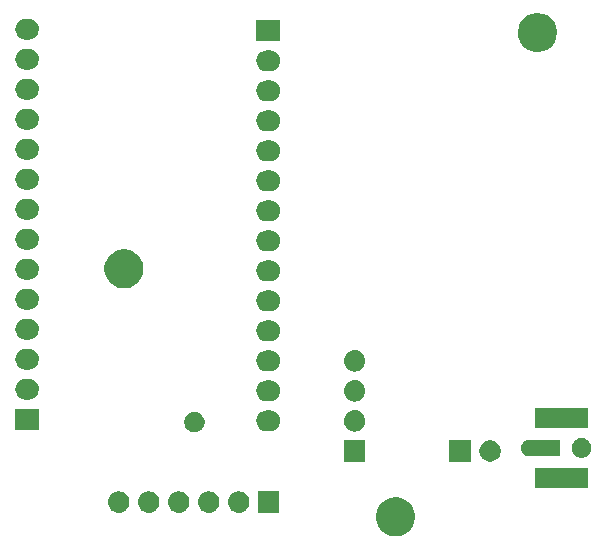
<source format=gbr>
G04 #@! TF.GenerationSoftware,KiCad,Pcbnew,(5.1.0)-1*
G04 #@! TF.CreationDate,2019-05-29T17:20:43+02:00*
G04 #@! TF.ProjectId,Mini-Lora,4d696e69-2d4c-46f7-9261-2e6b69636164,rev?*
G04 #@! TF.SameCoordinates,Original*
G04 #@! TF.FileFunction,Soldermask,Bot*
G04 #@! TF.FilePolarity,Negative*
%FSLAX46Y46*%
G04 Gerber Fmt 4.6, Leading zero omitted, Abs format (unit mm)*
G04 Created by KiCad (PCBNEW (5.1.0)-1) date 2019-05-29 17:20:43*
%MOMM*%
%LPD*%
G04 APERTURE LIST*
%ADD10C,0.100000*%
G04 APERTURE END LIST*
D10*
G36*
X135415025Y-73343327D02*
G01*
X135681725Y-73343327D01*
X135681724Y-73343327D01*
X135910387Y-73314895D01*
X136123900Y-73228249D01*
X136307712Y-73089295D01*
X136449296Y-72907501D01*
X136570725Y-72467027D01*
X136570725Y-72467028D01*
X136539006Y-72238797D01*
X136449298Y-72026553D01*
X136307713Y-71844759D01*
X136123901Y-71705804D01*
X135910388Y-71619158D01*
X135681725Y-71590727D01*
X135415025Y-71590727D01*
X135415026Y-71590727D01*
X135188223Y-71620586D01*
X134976876Y-71708129D01*
X134795388Y-71847389D01*
X134656128Y-72028877D01*
X134568585Y-72240224D01*
X134538725Y-72467027D01*
X134538725Y-72467026D01*
X134568584Y-72693829D01*
X134656127Y-72905177D01*
X134795387Y-73086665D01*
X134976875Y-73225925D01*
X135415025Y-73343327D01*
G37*
G36*
X135415025Y-75883327D02*
G01*
X135681725Y-75883327D01*
X135681724Y-75883327D01*
X135910387Y-75854895D01*
X136123900Y-75768249D01*
X136307712Y-75629295D01*
X136449296Y-75447501D01*
X136570725Y-75007027D01*
X136570725Y-75007028D01*
X136539006Y-74778797D01*
X136449298Y-74566553D01*
X136307713Y-74384759D01*
X136123901Y-74245804D01*
X135910388Y-74159158D01*
X135681725Y-74130727D01*
X135415025Y-74130727D01*
X135415026Y-74130727D01*
X135188223Y-74160586D01*
X134976876Y-74248129D01*
X134795388Y-74387389D01*
X134656128Y-74568877D01*
X134568585Y-74780224D01*
X134538725Y-75007027D01*
X134538725Y-75007026D01*
X134568584Y-75233829D01*
X134656127Y-75445177D01*
X134795387Y-75626665D01*
X134976875Y-75765925D01*
X135415025Y-75883327D01*
G37*
G36*
X135415025Y-78423327D02*
G01*
X135681725Y-78423327D01*
X135681724Y-78423327D01*
X135910387Y-78394895D01*
X136123900Y-78308249D01*
X136307712Y-78169295D01*
X136449296Y-77987501D01*
X136570725Y-77547027D01*
X136570725Y-77547028D01*
X136539006Y-77318797D01*
X136449298Y-77106553D01*
X136307713Y-76924759D01*
X136123901Y-76785804D01*
X135910388Y-76699158D01*
X135681725Y-76670727D01*
X135415025Y-76670727D01*
X135415026Y-76670727D01*
X135188223Y-76700586D01*
X134976876Y-76788129D01*
X134795388Y-76927389D01*
X134656128Y-77108877D01*
X134568585Y-77320224D01*
X134538725Y-77547027D01*
X134538725Y-77547026D01*
X134568584Y-77773829D01*
X134656127Y-77985177D01*
X134795387Y-78166665D01*
X134976875Y-78305925D01*
X135415025Y-78423327D01*
G37*
G36*
X135415025Y-80963327D02*
G01*
X135681725Y-80963327D01*
X135681724Y-80963327D01*
X135910387Y-80934895D01*
X136123900Y-80848249D01*
X136307712Y-80709295D01*
X136449296Y-80527501D01*
X136570725Y-80087027D01*
X136570725Y-80087028D01*
X136539006Y-79858797D01*
X136449298Y-79646553D01*
X136307713Y-79464759D01*
X136123901Y-79325804D01*
X135910388Y-79239158D01*
X135681725Y-79210727D01*
X135415025Y-79210727D01*
X135415026Y-79210727D01*
X135188223Y-79240586D01*
X134976876Y-79328129D01*
X134795388Y-79467389D01*
X134656128Y-79648877D01*
X134568585Y-79860224D01*
X134538725Y-80087027D01*
X134538725Y-80087026D01*
X134568584Y-80313829D01*
X134656127Y-80525177D01*
X134795387Y-80706665D01*
X134976875Y-80845925D01*
X135415025Y-80963327D01*
G37*
G36*
X135415025Y-83503327D02*
G01*
X135681725Y-83503327D01*
X135681724Y-83503327D01*
X135910387Y-83474895D01*
X136123900Y-83388249D01*
X136307712Y-83249295D01*
X136449296Y-83067501D01*
X136570725Y-82627027D01*
X136570725Y-82627028D01*
X136539006Y-82398797D01*
X136449298Y-82186553D01*
X136307713Y-82004759D01*
X136123901Y-81865804D01*
X135910388Y-81779158D01*
X135681725Y-81750727D01*
X135415025Y-81750727D01*
X135415026Y-81750727D01*
X135188223Y-81780586D01*
X134976876Y-81868129D01*
X134795388Y-82007389D01*
X134656128Y-82188877D01*
X134568585Y-82400224D01*
X134538725Y-82627027D01*
X134538725Y-82627026D01*
X134568584Y-82853829D01*
X134656127Y-83065177D01*
X134795387Y-83246665D01*
X134976875Y-83385925D01*
X135415025Y-83503327D01*
G37*
G36*
X135415025Y-86043327D02*
G01*
X135681725Y-86043327D01*
X135681724Y-86043327D01*
X135910387Y-86014895D01*
X136123900Y-85928249D01*
X136307712Y-85789295D01*
X136449296Y-85607501D01*
X136570725Y-85167027D01*
X136570725Y-85167028D01*
X136539006Y-84938797D01*
X136449298Y-84726553D01*
X136307713Y-84544759D01*
X136123901Y-84405804D01*
X135910388Y-84319158D01*
X135681725Y-84290727D01*
X135415025Y-84290727D01*
X135415026Y-84290727D01*
X135188223Y-84320586D01*
X134976876Y-84408129D01*
X134795388Y-84547389D01*
X134656128Y-84728877D01*
X134568585Y-84940224D01*
X134538725Y-85167027D01*
X134538725Y-85167026D01*
X134568584Y-85393829D01*
X134656127Y-85605177D01*
X134795387Y-85786665D01*
X134976875Y-85925925D01*
X135415025Y-86043327D01*
G37*
G36*
X135415025Y-88583327D02*
G01*
X135681725Y-88583327D01*
X135681724Y-88583327D01*
X135910387Y-88554895D01*
X136123900Y-88468249D01*
X136307712Y-88329295D01*
X136449296Y-88147501D01*
X136570725Y-87707027D01*
X136570725Y-87707028D01*
X136539006Y-87478797D01*
X136449298Y-87266553D01*
X136307713Y-87084759D01*
X136123901Y-86945804D01*
X135910388Y-86859158D01*
X135681725Y-86830727D01*
X135415025Y-86830727D01*
X135415026Y-86830727D01*
X135188223Y-86860586D01*
X134976876Y-86948129D01*
X134795388Y-87087389D01*
X134656128Y-87268877D01*
X134568585Y-87480224D01*
X134538725Y-87707027D01*
X134538725Y-87707026D01*
X134568584Y-87933829D01*
X134656127Y-88145177D01*
X134795387Y-88326665D01*
X134976875Y-88465925D01*
X135415025Y-88583327D01*
G37*
G36*
X135415025Y-91123327D02*
G01*
X135681725Y-91123327D01*
X135681724Y-91123327D01*
X135910387Y-91094895D01*
X136123900Y-91008249D01*
X136307712Y-90869295D01*
X136449296Y-90687501D01*
X136570725Y-90247027D01*
X136570725Y-90247028D01*
X136539006Y-90018797D01*
X136449298Y-89806553D01*
X136307713Y-89624759D01*
X136123901Y-89485804D01*
X135910388Y-89399158D01*
X135681725Y-89370727D01*
X135415025Y-89370727D01*
X135415026Y-89370727D01*
X135188223Y-89400586D01*
X134976876Y-89488129D01*
X134795388Y-89627389D01*
X134656128Y-89808877D01*
X134568585Y-90020224D01*
X134538725Y-90247027D01*
X134538725Y-90247026D01*
X134568584Y-90473829D01*
X134656127Y-90685177D01*
X134795387Y-90866665D01*
X134976875Y-91005925D01*
X135415025Y-91123327D01*
G37*
G36*
X135415025Y-93663327D02*
G01*
X135681725Y-93663327D01*
X135681724Y-93663327D01*
X135910387Y-93634895D01*
X136123900Y-93548249D01*
X136307712Y-93409295D01*
X136449296Y-93227501D01*
X136570725Y-92787027D01*
X136570725Y-92787028D01*
X136539006Y-92558797D01*
X136449298Y-92346553D01*
X136307713Y-92164759D01*
X136123901Y-92025804D01*
X135910388Y-91939158D01*
X135681725Y-91910727D01*
X135415025Y-91910727D01*
X135415026Y-91910727D01*
X135188223Y-91940586D01*
X134976876Y-92028129D01*
X134795388Y-92167389D01*
X134656128Y-92348877D01*
X134568585Y-92560224D01*
X134538725Y-92787027D01*
X134538725Y-92787026D01*
X134568584Y-93013829D01*
X134656127Y-93225177D01*
X134795387Y-93406665D01*
X134976875Y-93545925D01*
X135415025Y-93663327D01*
G37*
G36*
X135415025Y-96203327D02*
G01*
X135681725Y-96203327D01*
X135681724Y-96203327D01*
X135910387Y-96174895D01*
X136123900Y-96088249D01*
X136307712Y-95949295D01*
X136449296Y-95767501D01*
X136570725Y-95327027D01*
X136570725Y-95327028D01*
X136539006Y-95098797D01*
X136449298Y-94886553D01*
X136307713Y-94704759D01*
X136123901Y-94565804D01*
X135910388Y-94479158D01*
X135681725Y-94450727D01*
X135415025Y-94450727D01*
X135415026Y-94450727D01*
X135188223Y-94480586D01*
X134976876Y-94568129D01*
X134795388Y-94707389D01*
X134656128Y-94888877D01*
X134568585Y-95100224D01*
X134538725Y-95327027D01*
X134538725Y-95327026D01*
X134568584Y-95553829D01*
X134656127Y-95765177D01*
X134795387Y-95946665D01*
X134976875Y-96085925D01*
X135415025Y-96203327D01*
G37*
G36*
X135415025Y-98743327D02*
G01*
X135681725Y-98743327D01*
X135681724Y-98743327D01*
X135910387Y-98714895D01*
X136123900Y-98628249D01*
X136307712Y-98489295D01*
X136449296Y-98307501D01*
X136570725Y-97867027D01*
X136570725Y-97867028D01*
X136539006Y-97638797D01*
X136449298Y-97426553D01*
X136307713Y-97244759D01*
X136123901Y-97105804D01*
X135910388Y-97019158D01*
X135681725Y-96990727D01*
X135415025Y-96990727D01*
X135415026Y-96990727D01*
X135188223Y-97020586D01*
X134976876Y-97108129D01*
X134795388Y-97247389D01*
X134656128Y-97428877D01*
X134568585Y-97640224D01*
X134538725Y-97867027D01*
X134538725Y-97867026D01*
X134568584Y-98093829D01*
X134656127Y-98305177D01*
X134795387Y-98486665D01*
X134976875Y-98625925D01*
X135415025Y-98743327D01*
G37*
G36*
X135415025Y-101283327D02*
G01*
X135681725Y-101283327D01*
X135681724Y-101283327D01*
X135910387Y-101254895D01*
X136123900Y-101168249D01*
X136307712Y-101029295D01*
X136449296Y-100847501D01*
X136570725Y-100407027D01*
X136570725Y-100407028D01*
X136539006Y-100178797D01*
X136449298Y-99966553D01*
X136307713Y-99784759D01*
X136123901Y-99645804D01*
X135910388Y-99559158D01*
X135681725Y-99530727D01*
X135415025Y-99530727D01*
X135415026Y-99530727D01*
X135188223Y-99560586D01*
X134976876Y-99648129D01*
X134795388Y-99787389D01*
X134656128Y-99968877D01*
X134568585Y-100180224D01*
X134538725Y-100407027D01*
X134538725Y-100407026D01*
X134568584Y-100633829D01*
X134656127Y-100845177D01*
X134795387Y-101026665D01*
X134976875Y-101165925D01*
X135415025Y-101283327D01*
G37*
G36*
X135415025Y-103823327D02*
G01*
X135681725Y-103823327D01*
X135681724Y-103823327D01*
X135910387Y-103794895D01*
X136123900Y-103708249D01*
X136307712Y-103569295D01*
X136449296Y-103387501D01*
X136570725Y-102947027D01*
X136570725Y-102947028D01*
X136539006Y-102718797D01*
X136449298Y-102506553D01*
X136307713Y-102324759D01*
X136123901Y-102185804D01*
X135910388Y-102099158D01*
X135681725Y-102070727D01*
X135415025Y-102070727D01*
X135415026Y-102070727D01*
X135188223Y-102100586D01*
X134976876Y-102188129D01*
X134795388Y-102327389D01*
X134656128Y-102508877D01*
X134568585Y-102720224D01*
X134538725Y-102947027D01*
X134538725Y-102947026D01*
X134568584Y-103173829D01*
X134656127Y-103385177D01*
X134795387Y-103566665D01*
X134976875Y-103705925D01*
X135415025Y-103823327D01*
G37*
G36*
X136583425Y-106363327D02*
G01*
X136583425Y-104610727D01*
X134526025Y-104610727D01*
X134526025Y-106363327D01*
X136583425Y-106363327D01*
G37*
G36*
X156094425Y-104730727D02*
G01*
X155827725Y-104730727D01*
X155827726Y-104730727D01*
X155599063Y-104759159D01*
X155385550Y-104845805D01*
X155201738Y-104984759D01*
X155060154Y-105166553D01*
X154938725Y-105607027D01*
X154938725Y-105607026D01*
X154970444Y-105835257D01*
X155060152Y-106047501D01*
X155201737Y-106229295D01*
X155385549Y-106368250D01*
X155599062Y-106454896D01*
X155827725Y-106483327D01*
X156094425Y-106483327D01*
X156094424Y-106483327D01*
X156321227Y-106453468D01*
X156532574Y-106365925D01*
X156714062Y-106226665D01*
X156853322Y-106045177D01*
X156940865Y-105833830D01*
X156970725Y-105607027D01*
X156970725Y-105607028D01*
X156940866Y-105380225D01*
X156853323Y-105168877D01*
X156714063Y-104987389D01*
X156532575Y-104848129D01*
X156094425Y-104730727D01*
G37*
G36*
X156094425Y-102190727D02*
G01*
X155827725Y-102190727D01*
X155827726Y-102190727D01*
X155599063Y-102219159D01*
X155385550Y-102305805D01*
X155201738Y-102444759D01*
X155060154Y-102626553D01*
X154938725Y-103067027D01*
X154938725Y-103067026D01*
X154970444Y-103295257D01*
X155060152Y-103507501D01*
X155201737Y-103689295D01*
X155385549Y-103828250D01*
X155599062Y-103914896D01*
X155827725Y-103943327D01*
X156094425Y-103943327D01*
X156094424Y-103943327D01*
X156321227Y-103913468D01*
X156532574Y-103825925D01*
X156714062Y-103686665D01*
X156853322Y-103505177D01*
X156940865Y-103293830D01*
X156970725Y-103067027D01*
X156970725Y-103067028D01*
X156940866Y-102840225D01*
X156853323Y-102628877D01*
X156714063Y-102447389D01*
X156532575Y-102308129D01*
X156094425Y-102190727D01*
G37*
G36*
X156094425Y-99650727D02*
G01*
X155827725Y-99650727D01*
X155827726Y-99650727D01*
X155599063Y-99679159D01*
X155385550Y-99765805D01*
X155201738Y-99904759D01*
X155060154Y-100086553D01*
X154938725Y-100527027D01*
X154938725Y-100527026D01*
X154970444Y-100755257D01*
X155060152Y-100967501D01*
X155201737Y-101149295D01*
X155385549Y-101288250D01*
X155599062Y-101374896D01*
X155827725Y-101403327D01*
X156094425Y-101403327D01*
X156094424Y-101403327D01*
X156321227Y-101373468D01*
X156532574Y-101285925D01*
X156714062Y-101146665D01*
X156853322Y-100965177D01*
X156940865Y-100753830D01*
X156970725Y-100527027D01*
X156970725Y-100527028D01*
X156940866Y-100300225D01*
X156853323Y-100088877D01*
X156714063Y-99907389D01*
X156532575Y-99768129D01*
X156094425Y-99650727D01*
G37*
G36*
X156094425Y-97110727D02*
G01*
X155827725Y-97110727D01*
X155827726Y-97110727D01*
X155599063Y-97139159D01*
X155385550Y-97225805D01*
X155201738Y-97364759D01*
X155060154Y-97546553D01*
X154938725Y-97987027D01*
X154938725Y-97987026D01*
X154970444Y-98215257D01*
X155060152Y-98427501D01*
X155201737Y-98609295D01*
X155385549Y-98748250D01*
X155599062Y-98834896D01*
X155827725Y-98863327D01*
X156094425Y-98863327D01*
X156094424Y-98863327D01*
X156321227Y-98833468D01*
X156532574Y-98745925D01*
X156714062Y-98606665D01*
X156853322Y-98425177D01*
X156940865Y-98213830D01*
X156970725Y-97987027D01*
X156970725Y-97987028D01*
X156940866Y-97760225D01*
X156853323Y-97548877D01*
X156714063Y-97367389D01*
X156532575Y-97228129D01*
X156094425Y-97110727D01*
G37*
G36*
X156094425Y-94570727D02*
G01*
X155827725Y-94570727D01*
X155827726Y-94570727D01*
X155599063Y-94599159D01*
X155385550Y-94685805D01*
X155201738Y-94824759D01*
X155060154Y-95006553D01*
X154938725Y-95447027D01*
X154938725Y-95447026D01*
X154970444Y-95675257D01*
X155060152Y-95887501D01*
X155201737Y-96069295D01*
X155385549Y-96208250D01*
X155599062Y-96294896D01*
X155827725Y-96323327D01*
X156094425Y-96323327D01*
X156094424Y-96323327D01*
X156321227Y-96293468D01*
X156532574Y-96205925D01*
X156714062Y-96066665D01*
X156853322Y-95885177D01*
X156940865Y-95673830D01*
X156970725Y-95447027D01*
X156970725Y-95447028D01*
X156940866Y-95220225D01*
X156853323Y-95008877D01*
X156714063Y-94827389D01*
X156532575Y-94688129D01*
X156094425Y-94570727D01*
G37*
G36*
X156094425Y-92030727D02*
G01*
X155827725Y-92030727D01*
X155827726Y-92030727D01*
X155599063Y-92059159D01*
X155385550Y-92145805D01*
X155201738Y-92284759D01*
X155060154Y-92466553D01*
X154938725Y-92907027D01*
X154938725Y-92907026D01*
X154970444Y-93135257D01*
X155060152Y-93347501D01*
X155201737Y-93529295D01*
X155385549Y-93668250D01*
X155599062Y-93754896D01*
X155827725Y-93783327D01*
X156094425Y-93783327D01*
X156094424Y-93783327D01*
X156321227Y-93753468D01*
X156532574Y-93665925D01*
X156714062Y-93526665D01*
X156853322Y-93345177D01*
X156940865Y-93133830D01*
X156970725Y-92907027D01*
X156970725Y-92907028D01*
X156940866Y-92680225D01*
X156853323Y-92468877D01*
X156714063Y-92287389D01*
X156532575Y-92148129D01*
X156094425Y-92030727D01*
G37*
G36*
X156094425Y-89490727D02*
G01*
X155827725Y-89490727D01*
X155827726Y-89490727D01*
X155599063Y-89519159D01*
X155385550Y-89605805D01*
X155201738Y-89744759D01*
X155060154Y-89926553D01*
X154938725Y-90367027D01*
X154938725Y-90367026D01*
X154970444Y-90595257D01*
X155060152Y-90807501D01*
X155201737Y-90989295D01*
X155385549Y-91128250D01*
X155599062Y-91214896D01*
X155827725Y-91243327D01*
X156094425Y-91243327D01*
X156094424Y-91243327D01*
X156321227Y-91213468D01*
X156532574Y-91125925D01*
X156714062Y-90986665D01*
X156853322Y-90805177D01*
X156940865Y-90593830D01*
X156970725Y-90367027D01*
X156970725Y-90367028D01*
X156940866Y-90140225D01*
X156853323Y-89928877D01*
X156714063Y-89747389D01*
X156532575Y-89608129D01*
X156094425Y-89490727D01*
G37*
G36*
X156094425Y-86950727D02*
G01*
X155827725Y-86950727D01*
X155827726Y-86950727D01*
X155599063Y-86979159D01*
X155385550Y-87065805D01*
X155201738Y-87204759D01*
X155060154Y-87386553D01*
X154938725Y-87827027D01*
X154938725Y-87827026D01*
X154970444Y-88055257D01*
X155060152Y-88267501D01*
X155201737Y-88449295D01*
X155385549Y-88588250D01*
X155599062Y-88674896D01*
X155827725Y-88703327D01*
X156094425Y-88703327D01*
X156094424Y-88703327D01*
X156321227Y-88673468D01*
X156532574Y-88585925D01*
X156714062Y-88446665D01*
X156853322Y-88265177D01*
X156940865Y-88053830D01*
X156970725Y-87827027D01*
X156970725Y-87827028D01*
X156940866Y-87600225D01*
X156853323Y-87388877D01*
X156714063Y-87207389D01*
X156532575Y-87068129D01*
X156094425Y-86950727D01*
G37*
G36*
X156094425Y-84410727D02*
G01*
X155827725Y-84410727D01*
X155827726Y-84410727D01*
X155599063Y-84439159D01*
X155385550Y-84525805D01*
X155201738Y-84664759D01*
X155060154Y-84846553D01*
X154938725Y-85287027D01*
X154938725Y-85287026D01*
X154970444Y-85515257D01*
X155060152Y-85727501D01*
X155201737Y-85909295D01*
X155385549Y-86048250D01*
X155599062Y-86134896D01*
X155827725Y-86163327D01*
X156094425Y-86163327D01*
X156094424Y-86163327D01*
X156321227Y-86133468D01*
X156532574Y-86045925D01*
X156714062Y-85906665D01*
X156853322Y-85725177D01*
X156940865Y-85513830D01*
X156970725Y-85287027D01*
X156970725Y-85287028D01*
X156940866Y-85060225D01*
X156853323Y-84848877D01*
X156714063Y-84667389D01*
X156532575Y-84528129D01*
X156094425Y-84410727D01*
G37*
G36*
X156094425Y-81870727D02*
G01*
X155827725Y-81870727D01*
X155827726Y-81870727D01*
X155599063Y-81899159D01*
X155385550Y-81985805D01*
X155201738Y-82124759D01*
X155060154Y-82306553D01*
X154938725Y-82747027D01*
X154938725Y-82747026D01*
X154970444Y-82975257D01*
X155060152Y-83187501D01*
X155201737Y-83369295D01*
X155385549Y-83508250D01*
X155599062Y-83594896D01*
X155827725Y-83623327D01*
X156094425Y-83623327D01*
X156094424Y-83623327D01*
X156321227Y-83593468D01*
X156532574Y-83505925D01*
X156714062Y-83366665D01*
X156853322Y-83185177D01*
X156940865Y-82973830D01*
X156970725Y-82747027D01*
X156970725Y-82747028D01*
X156940866Y-82520225D01*
X156853323Y-82308877D01*
X156714063Y-82127389D01*
X156532575Y-81988129D01*
X156094425Y-81870727D01*
G37*
G36*
X156094425Y-79330727D02*
G01*
X155827725Y-79330727D01*
X155827726Y-79330727D01*
X155599063Y-79359159D01*
X155385550Y-79445805D01*
X155201738Y-79584759D01*
X155060154Y-79766553D01*
X154938725Y-80207027D01*
X154938725Y-80207026D01*
X154970444Y-80435257D01*
X155060152Y-80647501D01*
X155201737Y-80829295D01*
X155385549Y-80968250D01*
X155599062Y-81054896D01*
X155827725Y-81083327D01*
X156094425Y-81083327D01*
X156094424Y-81083327D01*
X156321227Y-81053468D01*
X156532574Y-80965925D01*
X156714062Y-80826665D01*
X156853322Y-80645177D01*
X156940865Y-80433830D01*
X156970725Y-80207027D01*
X156970725Y-80207028D01*
X156940866Y-79980225D01*
X156853323Y-79768877D01*
X156714063Y-79587389D01*
X156532575Y-79448129D01*
X156094425Y-79330727D01*
G37*
G36*
X156094425Y-76790727D02*
G01*
X155827725Y-76790727D01*
X155827726Y-76790727D01*
X155599063Y-76819159D01*
X155385550Y-76905805D01*
X155201738Y-77044759D01*
X155060154Y-77226553D01*
X154938725Y-77667027D01*
X154938725Y-77667026D01*
X154970444Y-77895257D01*
X155060152Y-78107501D01*
X155201737Y-78289295D01*
X155385549Y-78428250D01*
X155599062Y-78514896D01*
X155827725Y-78543327D01*
X156094425Y-78543327D01*
X156094424Y-78543327D01*
X156321227Y-78513468D01*
X156532574Y-78425925D01*
X156714062Y-78286665D01*
X156853322Y-78105177D01*
X156940865Y-77893830D01*
X156970725Y-77667027D01*
X156970725Y-77667028D01*
X156940866Y-77440225D01*
X156853323Y-77228877D01*
X156714063Y-77047389D01*
X156532575Y-76908129D01*
X156094425Y-76790727D01*
G37*
G36*
X156094425Y-74250727D02*
G01*
X155827725Y-74250727D01*
X155827726Y-74250727D01*
X155599063Y-74279159D01*
X155385550Y-74365805D01*
X155201738Y-74504759D01*
X155060154Y-74686553D01*
X154938725Y-75127027D01*
X154938725Y-75127026D01*
X154970444Y-75355257D01*
X155060152Y-75567501D01*
X155201737Y-75749295D01*
X155385549Y-75888250D01*
X155599062Y-75974896D01*
X155827725Y-76003327D01*
X156094425Y-76003327D01*
X156094424Y-76003327D01*
X156321227Y-75973468D01*
X156532574Y-75885925D01*
X156714062Y-75746665D01*
X156853322Y-75565177D01*
X156940865Y-75353830D01*
X156970725Y-75127027D01*
X156970725Y-75127028D01*
X156940866Y-74900225D01*
X156853323Y-74688877D01*
X156714063Y-74507389D01*
X156532575Y-74368129D01*
X156094425Y-74250727D01*
G37*
G36*
X154926025Y-71710727D02*
G01*
X154926025Y-73463327D01*
X156983425Y-73463327D01*
X156983425Y-71710727D01*
X154926025Y-71710727D01*
G37*
G36*
X167125256Y-112141298D02*
G01*
X167231579Y-112162447D01*
X167532042Y-112286903D01*
X167802451Y-112467585D01*
X168032415Y-112697549D01*
X168213097Y-112967958D01*
X168337553Y-113268421D01*
X168401000Y-113587391D01*
X168401000Y-113912609D01*
X168337553Y-114231579D01*
X168213097Y-114532042D01*
X168032415Y-114802451D01*
X167802451Y-115032415D01*
X167532042Y-115213097D01*
X167231579Y-115337553D01*
X167125256Y-115358702D01*
X166912611Y-115401000D01*
X166587389Y-115401000D01*
X166374744Y-115358702D01*
X166268421Y-115337553D01*
X165967958Y-115213097D01*
X165697549Y-115032415D01*
X165467585Y-114802451D01*
X165286903Y-114532042D01*
X165162447Y-114231579D01*
X165099000Y-113912609D01*
X165099000Y-113587391D01*
X165162447Y-113268421D01*
X165286903Y-112967958D01*
X165467585Y-112697549D01*
X165697549Y-112467585D01*
X165967958Y-112286903D01*
X166268421Y-112162447D01*
X166374744Y-112141298D01*
X166587389Y-112099000D01*
X166912611Y-112099000D01*
X167125256Y-112141298D01*
X167125256Y-112141298D01*
G37*
G36*
X156901000Y-113401000D02*
G01*
X155099000Y-113401000D01*
X155099000Y-111599000D01*
X156901000Y-111599000D01*
X156901000Y-113401000D01*
X156901000Y-113401000D01*
G37*
G36*
X153570443Y-111605519D02*
G01*
X153636627Y-111612037D01*
X153806466Y-111663557D01*
X153962991Y-111747222D01*
X153998729Y-111776552D01*
X154100186Y-111859814D01*
X154183448Y-111961271D01*
X154212778Y-111997009D01*
X154296443Y-112153534D01*
X154347963Y-112323373D01*
X154365359Y-112500000D01*
X154347963Y-112676627D01*
X154296443Y-112846466D01*
X154212778Y-113002991D01*
X154183448Y-113038729D01*
X154100186Y-113140186D01*
X153998729Y-113223448D01*
X153962991Y-113252778D01*
X153806466Y-113336443D01*
X153636627Y-113387963D01*
X153570442Y-113394482D01*
X153504260Y-113401000D01*
X153415740Y-113401000D01*
X153349558Y-113394482D01*
X153283373Y-113387963D01*
X153113534Y-113336443D01*
X152957009Y-113252778D01*
X152921271Y-113223448D01*
X152819814Y-113140186D01*
X152736552Y-113038729D01*
X152707222Y-113002991D01*
X152623557Y-112846466D01*
X152572037Y-112676627D01*
X152554641Y-112500000D01*
X152572037Y-112323373D01*
X152623557Y-112153534D01*
X152707222Y-111997009D01*
X152736552Y-111961271D01*
X152819814Y-111859814D01*
X152921271Y-111776552D01*
X152957009Y-111747222D01*
X153113534Y-111663557D01*
X153283373Y-111612037D01*
X153349557Y-111605519D01*
X153415740Y-111599000D01*
X153504260Y-111599000D01*
X153570443Y-111605519D01*
X153570443Y-111605519D01*
G37*
G36*
X151030443Y-111605519D02*
G01*
X151096627Y-111612037D01*
X151266466Y-111663557D01*
X151422991Y-111747222D01*
X151458729Y-111776552D01*
X151560186Y-111859814D01*
X151643448Y-111961271D01*
X151672778Y-111997009D01*
X151756443Y-112153534D01*
X151807963Y-112323373D01*
X151825359Y-112500000D01*
X151807963Y-112676627D01*
X151756443Y-112846466D01*
X151672778Y-113002991D01*
X151643448Y-113038729D01*
X151560186Y-113140186D01*
X151458729Y-113223448D01*
X151422991Y-113252778D01*
X151266466Y-113336443D01*
X151096627Y-113387963D01*
X151030442Y-113394482D01*
X150964260Y-113401000D01*
X150875740Y-113401000D01*
X150809558Y-113394482D01*
X150743373Y-113387963D01*
X150573534Y-113336443D01*
X150417009Y-113252778D01*
X150381271Y-113223448D01*
X150279814Y-113140186D01*
X150196552Y-113038729D01*
X150167222Y-113002991D01*
X150083557Y-112846466D01*
X150032037Y-112676627D01*
X150014641Y-112500000D01*
X150032037Y-112323373D01*
X150083557Y-112153534D01*
X150167222Y-111997009D01*
X150196552Y-111961271D01*
X150279814Y-111859814D01*
X150381271Y-111776552D01*
X150417009Y-111747222D01*
X150573534Y-111663557D01*
X150743373Y-111612037D01*
X150809557Y-111605519D01*
X150875740Y-111599000D01*
X150964260Y-111599000D01*
X151030443Y-111605519D01*
X151030443Y-111605519D01*
G37*
G36*
X145950443Y-111605519D02*
G01*
X146016627Y-111612037D01*
X146186466Y-111663557D01*
X146342991Y-111747222D01*
X146378729Y-111776552D01*
X146480186Y-111859814D01*
X146563448Y-111961271D01*
X146592778Y-111997009D01*
X146676443Y-112153534D01*
X146727963Y-112323373D01*
X146745359Y-112500000D01*
X146727963Y-112676627D01*
X146676443Y-112846466D01*
X146592778Y-113002991D01*
X146563448Y-113038729D01*
X146480186Y-113140186D01*
X146378729Y-113223448D01*
X146342991Y-113252778D01*
X146186466Y-113336443D01*
X146016627Y-113387963D01*
X145950442Y-113394482D01*
X145884260Y-113401000D01*
X145795740Y-113401000D01*
X145729558Y-113394482D01*
X145663373Y-113387963D01*
X145493534Y-113336443D01*
X145337009Y-113252778D01*
X145301271Y-113223448D01*
X145199814Y-113140186D01*
X145116552Y-113038729D01*
X145087222Y-113002991D01*
X145003557Y-112846466D01*
X144952037Y-112676627D01*
X144934641Y-112500000D01*
X144952037Y-112323373D01*
X145003557Y-112153534D01*
X145087222Y-111997009D01*
X145116552Y-111961271D01*
X145199814Y-111859814D01*
X145301271Y-111776552D01*
X145337009Y-111747222D01*
X145493534Y-111663557D01*
X145663373Y-111612037D01*
X145729557Y-111605519D01*
X145795740Y-111599000D01*
X145884260Y-111599000D01*
X145950443Y-111605519D01*
X145950443Y-111605519D01*
G37*
G36*
X143410443Y-111605519D02*
G01*
X143476627Y-111612037D01*
X143646466Y-111663557D01*
X143802991Y-111747222D01*
X143838729Y-111776552D01*
X143940186Y-111859814D01*
X144023448Y-111961271D01*
X144052778Y-111997009D01*
X144136443Y-112153534D01*
X144187963Y-112323373D01*
X144205359Y-112500000D01*
X144187963Y-112676627D01*
X144136443Y-112846466D01*
X144052778Y-113002991D01*
X144023448Y-113038729D01*
X143940186Y-113140186D01*
X143838729Y-113223448D01*
X143802991Y-113252778D01*
X143646466Y-113336443D01*
X143476627Y-113387963D01*
X143410442Y-113394482D01*
X143344260Y-113401000D01*
X143255740Y-113401000D01*
X143189558Y-113394482D01*
X143123373Y-113387963D01*
X142953534Y-113336443D01*
X142797009Y-113252778D01*
X142761271Y-113223448D01*
X142659814Y-113140186D01*
X142576552Y-113038729D01*
X142547222Y-113002991D01*
X142463557Y-112846466D01*
X142412037Y-112676627D01*
X142394641Y-112500000D01*
X142412037Y-112323373D01*
X142463557Y-112153534D01*
X142547222Y-111997009D01*
X142576552Y-111961271D01*
X142659814Y-111859814D01*
X142761271Y-111776552D01*
X142797009Y-111747222D01*
X142953534Y-111663557D01*
X143123373Y-111612037D01*
X143189557Y-111605519D01*
X143255740Y-111599000D01*
X143344260Y-111599000D01*
X143410443Y-111605519D01*
X143410443Y-111605519D01*
G37*
G36*
X148490443Y-111605519D02*
G01*
X148556627Y-111612037D01*
X148726466Y-111663557D01*
X148882991Y-111747222D01*
X148918729Y-111776552D01*
X149020186Y-111859814D01*
X149103448Y-111961271D01*
X149132778Y-111997009D01*
X149216443Y-112153534D01*
X149267963Y-112323373D01*
X149285359Y-112500000D01*
X149267963Y-112676627D01*
X149216443Y-112846466D01*
X149132778Y-113002991D01*
X149103448Y-113038729D01*
X149020186Y-113140186D01*
X148918729Y-113223448D01*
X148882991Y-113252778D01*
X148726466Y-113336443D01*
X148556627Y-113387963D01*
X148490442Y-113394482D01*
X148424260Y-113401000D01*
X148335740Y-113401000D01*
X148269558Y-113394482D01*
X148203373Y-113387963D01*
X148033534Y-113336443D01*
X147877009Y-113252778D01*
X147841271Y-113223448D01*
X147739814Y-113140186D01*
X147656552Y-113038729D01*
X147627222Y-113002991D01*
X147543557Y-112846466D01*
X147492037Y-112676627D01*
X147474641Y-112500000D01*
X147492037Y-112323373D01*
X147543557Y-112153534D01*
X147627222Y-111997009D01*
X147656552Y-111961271D01*
X147739814Y-111859814D01*
X147841271Y-111776552D01*
X147877009Y-111747222D01*
X148033534Y-111663557D01*
X148203373Y-111612037D01*
X148269557Y-111605519D01*
X148335740Y-111599000D01*
X148424260Y-111599000D01*
X148490443Y-111605519D01*
X148490443Y-111605519D01*
G37*
G36*
X183012909Y-111301420D02*
G01*
X178542509Y-111301420D01*
X178542509Y-109625020D01*
X183012909Y-109625020D01*
X183012909Y-111301420D01*
X183012909Y-111301420D01*
G37*
G36*
X173106909Y-109078920D02*
G01*
X171303509Y-109078920D01*
X171303509Y-107275520D01*
X173106909Y-107275520D01*
X173106909Y-109078920D01*
X173106909Y-109078920D01*
G37*
G36*
X175008224Y-107310171D02*
G01*
X175154582Y-107370795D01*
X175172324Y-107378144D01*
X175320009Y-107476824D01*
X175445605Y-107602420D01*
X175521344Y-107715771D01*
X175544286Y-107750107D01*
X175612258Y-107914205D01*
X175646909Y-108088409D01*
X175646909Y-108266031D01*
X175612258Y-108440235D01*
X175560168Y-108565990D01*
X175544285Y-108604335D01*
X175445605Y-108752020D01*
X175320009Y-108877616D01*
X175172324Y-108976296D01*
X175172323Y-108976297D01*
X175172322Y-108976297D01*
X175008224Y-109044269D01*
X174834020Y-109078920D01*
X174656398Y-109078920D01*
X174482194Y-109044269D01*
X174318096Y-108976297D01*
X174318095Y-108976297D01*
X174318094Y-108976296D01*
X174170409Y-108877616D01*
X174044813Y-108752020D01*
X173946133Y-108604335D01*
X173930250Y-108565990D01*
X173878160Y-108440235D01*
X173843509Y-108266031D01*
X173843509Y-108088409D01*
X173878160Y-107914205D01*
X173946132Y-107750107D01*
X173969075Y-107715771D01*
X174044813Y-107602420D01*
X174170409Y-107476824D01*
X174318094Y-107378144D01*
X174335836Y-107370795D01*
X174482194Y-107310171D01*
X174656398Y-107275520D01*
X174834020Y-107275520D01*
X175008224Y-107310171D01*
X175008224Y-107310171D01*
G37*
G36*
X164178221Y-109069520D02*
G01*
X162376221Y-109069520D01*
X162376221Y-107267520D01*
X164178221Y-107267520D01*
X164178221Y-109069520D01*
X164178221Y-109069520D01*
G37*
G36*
X182655734Y-107101125D02*
G01*
X182736703Y-107117231D01*
X182889247Y-107180417D01*
X182936544Y-107212020D01*
X183026531Y-107272147D01*
X183143282Y-107388898D01*
X183143284Y-107388901D01*
X183235012Y-107526182D01*
X183235012Y-107526183D01*
X183298198Y-107678726D01*
X183330409Y-107840664D01*
X183330409Y-108005776D01*
X183305567Y-108130669D01*
X183298198Y-108167713D01*
X183235012Y-108320258D01*
X183197377Y-108376583D01*
X183143282Y-108457542D01*
X183026531Y-108574293D01*
X183026528Y-108574295D01*
X182889247Y-108666023D01*
X182812974Y-108697616D01*
X182736703Y-108729209D01*
X182655734Y-108745315D01*
X182574766Y-108761420D01*
X182409652Y-108761420D01*
X182328684Y-108745315D01*
X182247715Y-108729209D01*
X182171444Y-108697616D01*
X182095171Y-108666023D01*
X181957890Y-108574295D01*
X181957887Y-108574293D01*
X181841136Y-108457542D01*
X181787041Y-108376583D01*
X181749406Y-108320258D01*
X181686220Y-108167713D01*
X181678852Y-108130669D01*
X181654009Y-108005776D01*
X181654009Y-107840664D01*
X181686220Y-107678726D01*
X181749406Y-107526183D01*
X181749406Y-107526182D01*
X181841134Y-107388901D01*
X181841136Y-107388898D01*
X181957887Y-107272147D01*
X182047874Y-107212020D01*
X182095171Y-107180417D01*
X182247715Y-107117231D01*
X182328684Y-107101125D01*
X182409652Y-107085020D01*
X182574766Y-107085020D01*
X182655734Y-107101125D01*
X182655734Y-107101125D01*
G37*
G36*
X178254660Y-107239351D02*
G01*
X178328100Y-107269771D01*
X178351549Y-107276884D01*
X178375935Y-107279286D01*
X178395705Y-107276354D01*
X178395710Y-107276403D01*
X178404673Y-107275520D01*
X180630659Y-107275520D01*
X180630659Y-108570920D01*
X178404673Y-108570920D01*
X178403528Y-108570807D01*
X178388179Y-108567755D01*
X178363675Y-108567757D01*
X178328100Y-108576669D01*
X178254660Y-108607089D01*
X178117257Y-108634420D01*
X177977161Y-108634420D01*
X177908461Y-108620754D01*
X177839760Y-108607089D01*
X177766320Y-108576669D01*
X177710331Y-108553478D01*
X177593846Y-108475645D01*
X177494784Y-108376583D01*
X177416951Y-108260098D01*
X177363340Y-108130668D01*
X177336009Y-107993268D01*
X177336009Y-107853172D01*
X177363340Y-107715772D01*
X177416951Y-107586342D01*
X177494784Y-107469857D01*
X177593846Y-107370795D01*
X177710331Y-107292962D01*
X177786149Y-107261558D01*
X177839760Y-107239351D01*
X177908461Y-107225686D01*
X177977161Y-107212020D01*
X178117257Y-107212020D01*
X178254660Y-107239351D01*
X178254660Y-107239351D01*
G37*
G36*
X149961815Y-104919876D02*
G01*
X150118926Y-104984954D01*
X150260322Y-105079431D01*
X150380569Y-105199678D01*
X150475046Y-105341074D01*
X150540124Y-105498185D01*
X150573300Y-105664972D01*
X150573300Y-105835028D01*
X150540124Y-106001815D01*
X150528494Y-106029891D01*
X150478789Y-106149891D01*
X150475046Y-106158926D01*
X150380569Y-106300322D01*
X150260322Y-106420569D01*
X150118926Y-106515046D01*
X149961815Y-106580124D01*
X149795029Y-106613300D01*
X149624971Y-106613300D01*
X149458185Y-106580124D01*
X149301074Y-106515046D01*
X149159678Y-106420569D01*
X149039431Y-106300322D01*
X148944954Y-106158926D01*
X148941212Y-106149891D01*
X148891506Y-106029891D01*
X148879876Y-106001815D01*
X148846700Y-105835028D01*
X148846700Y-105664972D01*
X148879876Y-105498185D01*
X148944954Y-105341074D01*
X149039431Y-105199678D01*
X149159678Y-105079431D01*
X149301074Y-104984954D01*
X149458185Y-104919876D01*
X149624971Y-104886700D01*
X149795029Y-104886700D01*
X149961815Y-104919876D01*
X149961815Y-104919876D01*
G37*
G36*
X163387663Y-104734038D02*
G01*
X163453848Y-104740557D01*
X163623687Y-104792077D01*
X163780212Y-104875742D01*
X163793564Y-104886700D01*
X163917407Y-104988334D01*
X164000669Y-105089791D01*
X164029999Y-105125529D01*
X164113664Y-105282054D01*
X164165184Y-105451893D01*
X164182580Y-105628520D01*
X164165184Y-105805147D01*
X164139320Y-105890409D01*
X164113663Y-105974988D01*
X164094730Y-106010409D01*
X164029999Y-106131511D01*
X164007500Y-106158926D01*
X163917407Y-106268706D01*
X163815950Y-106351968D01*
X163780212Y-106381298D01*
X163623687Y-106464963D01*
X163453848Y-106516483D01*
X163387664Y-106523001D01*
X163321481Y-106529520D01*
X163232961Y-106529520D01*
X163166778Y-106523001D01*
X163100594Y-106516483D01*
X162930755Y-106464963D01*
X162774230Y-106381298D01*
X162738492Y-106351968D01*
X162637035Y-106268706D01*
X162546942Y-106158926D01*
X162524443Y-106131511D01*
X162459712Y-106010409D01*
X162440779Y-105974988D01*
X162415122Y-105890409D01*
X162389258Y-105805147D01*
X162371862Y-105628520D01*
X162389258Y-105451893D01*
X162440778Y-105282054D01*
X162524443Y-105125529D01*
X162553773Y-105089791D01*
X162637035Y-104988334D01*
X162760878Y-104886700D01*
X162774230Y-104875742D01*
X162930755Y-104792077D01*
X163100594Y-104740557D01*
X163166779Y-104734038D01*
X163232961Y-104727520D01*
X163321481Y-104727520D01*
X163387663Y-104734038D01*
X163387663Y-104734038D01*
G37*
G36*
X156120864Y-104771790D02*
G01*
X156203128Y-104788153D01*
X156358109Y-104852348D01*
X156497589Y-104945546D01*
X156616206Y-105064163D01*
X156709404Y-105203643D01*
X156773599Y-105358624D01*
X156782456Y-105403152D01*
X156806325Y-105523150D01*
X156806325Y-105690904D01*
X156797468Y-105735430D01*
X156773599Y-105855430D01*
X156709404Y-106010411D01*
X156616206Y-106149891D01*
X156497589Y-106268508D01*
X156358109Y-106361706D01*
X156203128Y-106425901D01*
X156120864Y-106442264D01*
X156038602Y-106458627D01*
X155870848Y-106458627D01*
X155788586Y-106442264D01*
X155706322Y-106425901D01*
X155551341Y-106361706D01*
X155411861Y-106268508D01*
X155293244Y-106149891D01*
X155200046Y-106010411D01*
X155135851Y-105855430D01*
X155111982Y-105735430D01*
X155103125Y-105690904D01*
X155103125Y-105523150D01*
X155126994Y-105403152D01*
X155135851Y-105358624D01*
X155200046Y-105203643D01*
X155293244Y-105064163D01*
X155411861Y-104945546D01*
X155551341Y-104852348D01*
X155706322Y-104788153D01*
X155788586Y-104771790D01*
X155870848Y-104755427D01*
X156038602Y-104755427D01*
X156120864Y-104771790D01*
X156120864Y-104771790D01*
G37*
G36*
X135720864Y-104651790D02*
G01*
X135803128Y-104668153D01*
X135958109Y-104732348D01*
X136097589Y-104825546D01*
X136216206Y-104944163D01*
X136309404Y-105083643D01*
X136373599Y-105238624D01*
X136389962Y-105320888D01*
X136397469Y-105358626D01*
X136406325Y-105403152D01*
X136406325Y-105570902D01*
X136373599Y-105735430D01*
X136309404Y-105890411D01*
X136216206Y-106029891D01*
X136097589Y-106148508D01*
X135958109Y-106241706D01*
X135803128Y-106305901D01*
X135720864Y-106322264D01*
X135638602Y-106338627D01*
X135470848Y-106338627D01*
X135388586Y-106322264D01*
X135306322Y-106305901D01*
X135151341Y-106241706D01*
X135011861Y-106148508D01*
X134893244Y-106029891D01*
X134800046Y-105890411D01*
X134735851Y-105735430D01*
X134703125Y-105570902D01*
X134703125Y-105403152D01*
X134711982Y-105358626D01*
X134719488Y-105320888D01*
X134735851Y-105238624D01*
X134800046Y-105083643D01*
X134893244Y-104944163D01*
X135011861Y-104825546D01*
X135151341Y-104732348D01*
X135306322Y-104668153D01*
X135388586Y-104651790D01*
X135470848Y-104635427D01*
X135638602Y-104635427D01*
X135720864Y-104651790D01*
X135720864Y-104651790D01*
G37*
G36*
X183012909Y-106221420D02*
G01*
X178542509Y-106221420D01*
X178542509Y-104545020D01*
X183012909Y-104545020D01*
X183012909Y-106221420D01*
X183012909Y-106221420D01*
G37*
G36*
X163387663Y-102194038D02*
G01*
X163453848Y-102200557D01*
X163623687Y-102252077D01*
X163780212Y-102335742D01*
X163815950Y-102365072D01*
X163917407Y-102448334D01*
X164000669Y-102549791D01*
X164029999Y-102585529D01*
X164113664Y-102742054D01*
X164165184Y-102911893D01*
X164182580Y-103088520D01*
X164165184Y-103265147D01*
X164113664Y-103434986D01*
X164029999Y-103591511D01*
X164016049Y-103608509D01*
X163917407Y-103728706D01*
X163815950Y-103811968D01*
X163780212Y-103841298D01*
X163623687Y-103924963D01*
X163453848Y-103976483D01*
X163387663Y-103983002D01*
X163321481Y-103989520D01*
X163232961Y-103989520D01*
X163166779Y-103983002D01*
X163100594Y-103976483D01*
X162930755Y-103924963D01*
X162774230Y-103841298D01*
X162738492Y-103811968D01*
X162637035Y-103728706D01*
X162538393Y-103608509D01*
X162524443Y-103591511D01*
X162440778Y-103434986D01*
X162389258Y-103265147D01*
X162371862Y-103088520D01*
X162389258Y-102911893D01*
X162440778Y-102742054D01*
X162524443Y-102585529D01*
X162553773Y-102549791D01*
X162637035Y-102448334D01*
X162738492Y-102365072D01*
X162774230Y-102335742D01*
X162930755Y-102252077D01*
X163100594Y-102200557D01*
X163166779Y-102194038D01*
X163232961Y-102187520D01*
X163321481Y-102187520D01*
X163387663Y-102194038D01*
X163387663Y-102194038D01*
G37*
G36*
X156120864Y-102231790D02*
G01*
X156203128Y-102248153D01*
X156358109Y-102312348D01*
X156497589Y-102405546D01*
X156616206Y-102524163D01*
X156709404Y-102663643D01*
X156773599Y-102818624D01*
X156782456Y-102863152D01*
X156806325Y-102983150D01*
X156806325Y-103150904D01*
X156797468Y-103195430D01*
X156773599Y-103315430D01*
X156709404Y-103470411D01*
X156616206Y-103609891D01*
X156497589Y-103728508D01*
X156358109Y-103821706D01*
X156203128Y-103885901D01*
X156120864Y-103902264D01*
X156038602Y-103918627D01*
X155870848Y-103918627D01*
X155788586Y-103902264D01*
X155706322Y-103885901D01*
X155551341Y-103821706D01*
X155411861Y-103728508D01*
X155293244Y-103609891D01*
X155200046Y-103470411D01*
X155135851Y-103315430D01*
X155111982Y-103195430D01*
X155103125Y-103150904D01*
X155103125Y-102983150D01*
X155126994Y-102863152D01*
X155135851Y-102818624D01*
X155200046Y-102663643D01*
X155293244Y-102524163D01*
X155411861Y-102405546D01*
X155551341Y-102312348D01*
X155706322Y-102248153D01*
X155788586Y-102231790D01*
X155870848Y-102215427D01*
X156038602Y-102215427D01*
X156120864Y-102231790D01*
X156120864Y-102231790D01*
G37*
G36*
X135720864Y-102111790D02*
G01*
X135803128Y-102128153D01*
X135958109Y-102192348D01*
X136097589Y-102285546D01*
X136216206Y-102404163D01*
X136309404Y-102543643D01*
X136373599Y-102698624D01*
X136389962Y-102780888D01*
X136397469Y-102818626D01*
X136406325Y-102863152D01*
X136406325Y-103030902D01*
X136373599Y-103195430D01*
X136309404Y-103350411D01*
X136216206Y-103489891D01*
X136097589Y-103608508D01*
X135958109Y-103701706D01*
X135803128Y-103765901D01*
X135720864Y-103782264D01*
X135638602Y-103798627D01*
X135470848Y-103798627D01*
X135388586Y-103782264D01*
X135306322Y-103765901D01*
X135151341Y-103701706D01*
X135011861Y-103608508D01*
X134893244Y-103489891D01*
X134800046Y-103350411D01*
X134735851Y-103195430D01*
X134703125Y-103030902D01*
X134703125Y-102863152D01*
X134711982Y-102818626D01*
X134719488Y-102780888D01*
X134735851Y-102698624D01*
X134800046Y-102543643D01*
X134893244Y-102404163D01*
X135011861Y-102285546D01*
X135151341Y-102192348D01*
X135306322Y-102128153D01*
X135388586Y-102111790D01*
X135470848Y-102095427D01*
X135638602Y-102095427D01*
X135720864Y-102111790D01*
X135720864Y-102111790D01*
G37*
G36*
X163387664Y-99654039D02*
G01*
X163453848Y-99660557D01*
X163623687Y-99712077D01*
X163780212Y-99795742D01*
X163815950Y-99825072D01*
X163917407Y-99908334D01*
X164000669Y-100009791D01*
X164029999Y-100045529D01*
X164113664Y-100202054D01*
X164165184Y-100371893D01*
X164182580Y-100548520D01*
X164165184Y-100725147D01*
X164113664Y-100894986D01*
X164029999Y-101051511D01*
X164016049Y-101068509D01*
X163917407Y-101188706D01*
X163815950Y-101271968D01*
X163780212Y-101301298D01*
X163623687Y-101384963D01*
X163453848Y-101436483D01*
X163387664Y-101443001D01*
X163321481Y-101449520D01*
X163232961Y-101449520D01*
X163166778Y-101443001D01*
X163100594Y-101436483D01*
X162930755Y-101384963D01*
X162774230Y-101301298D01*
X162738492Y-101271968D01*
X162637035Y-101188706D01*
X162538393Y-101068509D01*
X162524443Y-101051511D01*
X162440778Y-100894986D01*
X162389258Y-100725147D01*
X162371862Y-100548520D01*
X162389258Y-100371893D01*
X162440778Y-100202054D01*
X162524443Y-100045529D01*
X162553773Y-100009791D01*
X162637035Y-99908334D01*
X162738492Y-99825072D01*
X162774230Y-99795742D01*
X162930755Y-99712077D01*
X163100594Y-99660557D01*
X163166778Y-99654039D01*
X163232961Y-99647520D01*
X163321481Y-99647520D01*
X163387664Y-99654039D01*
X163387664Y-99654039D01*
G37*
G36*
X156120864Y-99691790D02*
G01*
X156203128Y-99708153D01*
X156358109Y-99772348D01*
X156497589Y-99865546D01*
X156616206Y-99984163D01*
X156709404Y-100123643D01*
X156773599Y-100278624D01*
X156782456Y-100323152D01*
X156806325Y-100443150D01*
X156806325Y-100610904D01*
X156797468Y-100655430D01*
X156773599Y-100775430D01*
X156709404Y-100930411D01*
X156616206Y-101069891D01*
X156497589Y-101188508D01*
X156358109Y-101281706D01*
X156203128Y-101345901D01*
X156120864Y-101362264D01*
X156038602Y-101378627D01*
X155870848Y-101378627D01*
X155788586Y-101362264D01*
X155706322Y-101345901D01*
X155551341Y-101281706D01*
X155411861Y-101188508D01*
X155293244Y-101069891D01*
X155200046Y-100930411D01*
X155135851Y-100775430D01*
X155111982Y-100655430D01*
X155103125Y-100610904D01*
X155103125Y-100443150D01*
X155126994Y-100323152D01*
X155135851Y-100278624D01*
X155200046Y-100123643D01*
X155293244Y-99984163D01*
X155411861Y-99865546D01*
X155551341Y-99772348D01*
X155706322Y-99708153D01*
X155788586Y-99691790D01*
X155870848Y-99675427D01*
X156038602Y-99675427D01*
X156120864Y-99691790D01*
X156120864Y-99691790D01*
G37*
G36*
X135720864Y-99571790D02*
G01*
X135803128Y-99588153D01*
X135958109Y-99652348D01*
X136097589Y-99745546D01*
X136216206Y-99864163D01*
X136309404Y-100003643D01*
X136373599Y-100158624D01*
X136389962Y-100240888D01*
X136397469Y-100278626D01*
X136406325Y-100323152D01*
X136406325Y-100490902D01*
X136373599Y-100655430D01*
X136309404Y-100810411D01*
X136216206Y-100949891D01*
X136097589Y-101068508D01*
X135958109Y-101161706D01*
X135803128Y-101225901D01*
X135720864Y-101242264D01*
X135638602Y-101258627D01*
X135470848Y-101258627D01*
X135388586Y-101242264D01*
X135306322Y-101225901D01*
X135151341Y-101161706D01*
X135011861Y-101068508D01*
X134893244Y-100949891D01*
X134800046Y-100810411D01*
X134735851Y-100655430D01*
X134703125Y-100490902D01*
X134703125Y-100323152D01*
X134711982Y-100278626D01*
X134719488Y-100240888D01*
X134735851Y-100158624D01*
X134800046Y-100003643D01*
X134893244Y-99864163D01*
X135011861Y-99745546D01*
X135151341Y-99652348D01*
X135306322Y-99588153D01*
X135388586Y-99571790D01*
X135470848Y-99555427D01*
X135638602Y-99555427D01*
X135720864Y-99571790D01*
X135720864Y-99571790D01*
G37*
G36*
X156120864Y-97151790D02*
G01*
X156203128Y-97168153D01*
X156358109Y-97232348D01*
X156497589Y-97325546D01*
X156616206Y-97444163D01*
X156709404Y-97583643D01*
X156773599Y-97738624D01*
X156782456Y-97783152D01*
X156806325Y-97903150D01*
X156806325Y-98070904D01*
X156797468Y-98115430D01*
X156773599Y-98235430D01*
X156709404Y-98390411D01*
X156616206Y-98529891D01*
X156497589Y-98648508D01*
X156358109Y-98741706D01*
X156203128Y-98805901D01*
X156120864Y-98822264D01*
X156038602Y-98838627D01*
X155870848Y-98838627D01*
X155788586Y-98822264D01*
X155706322Y-98805901D01*
X155551341Y-98741706D01*
X155411861Y-98648508D01*
X155293244Y-98529891D01*
X155200046Y-98390411D01*
X155135851Y-98235430D01*
X155111982Y-98115430D01*
X155103125Y-98070904D01*
X155103125Y-97903150D01*
X155126994Y-97783152D01*
X155135851Y-97738624D01*
X155200046Y-97583643D01*
X155293244Y-97444163D01*
X155411861Y-97325546D01*
X155551341Y-97232348D01*
X155706322Y-97168153D01*
X155788586Y-97151790D01*
X155870848Y-97135427D01*
X156038602Y-97135427D01*
X156120864Y-97151790D01*
X156120864Y-97151790D01*
G37*
G36*
X135720864Y-97031790D02*
G01*
X135803128Y-97048153D01*
X135958109Y-97112348D01*
X136097589Y-97205546D01*
X136216206Y-97324163D01*
X136309404Y-97463643D01*
X136373599Y-97618624D01*
X136373599Y-97618626D01*
X136397469Y-97738626D01*
X136406325Y-97783152D01*
X136406325Y-97950902D01*
X136373599Y-98115430D01*
X136309404Y-98270411D01*
X136216206Y-98409891D01*
X136097589Y-98528508D01*
X135958109Y-98621706D01*
X135803128Y-98685901D01*
X135720864Y-98702264D01*
X135638602Y-98718627D01*
X135470848Y-98718627D01*
X135388586Y-98702264D01*
X135306322Y-98685901D01*
X135151341Y-98621706D01*
X135011861Y-98528508D01*
X134893244Y-98409891D01*
X134800046Y-98270411D01*
X134735851Y-98115430D01*
X134703125Y-97950902D01*
X134703125Y-97783152D01*
X134711982Y-97738626D01*
X134735851Y-97618626D01*
X134735851Y-97618624D01*
X134800046Y-97463643D01*
X134893244Y-97324163D01*
X135011861Y-97205546D01*
X135151341Y-97112348D01*
X135306322Y-97048153D01*
X135388586Y-97031790D01*
X135470848Y-97015427D01*
X135638602Y-97015427D01*
X135720864Y-97031790D01*
X135720864Y-97031790D01*
G37*
G36*
X156120864Y-94611790D02*
G01*
X156203128Y-94628153D01*
X156358109Y-94692348D01*
X156497589Y-94785546D01*
X156616206Y-94904163D01*
X156709404Y-95043643D01*
X156773599Y-95198624D01*
X156782456Y-95243152D01*
X156806325Y-95363150D01*
X156806325Y-95530904D01*
X156797468Y-95575430D01*
X156773599Y-95695430D01*
X156709404Y-95850411D01*
X156616206Y-95989891D01*
X156497589Y-96108508D01*
X156358109Y-96201706D01*
X156203128Y-96265901D01*
X156120864Y-96282264D01*
X156038602Y-96298627D01*
X155870848Y-96298627D01*
X155788586Y-96282264D01*
X155706322Y-96265901D01*
X155551341Y-96201706D01*
X155411861Y-96108508D01*
X155293244Y-95989891D01*
X155200046Y-95850411D01*
X155135851Y-95695430D01*
X155111982Y-95575430D01*
X155103125Y-95530904D01*
X155103125Y-95363150D01*
X155126994Y-95243152D01*
X155135851Y-95198624D01*
X155200046Y-95043643D01*
X155293244Y-94904163D01*
X155411861Y-94785546D01*
X155551341Y-94692348D01*
X155706322Y-94628153D01*
X155788586Y-94611790D01*
X155870848Y-94595427D01*
X156038602Y-94595427D01*
X156120864Y-94611790D01*
X156120864Y-94611790D01*
G37*
G36*
X135720864Y-94491790D02*
G01*
X135803128Y-94508153D01*
X135958109Y-94572348D01*
X136097589Y-94665546D01*
X136216206Y-94784163D01*
X136309404Y-94923643D01*
X136373599Y-95078624D01*
X136373599Y-95078626D01*
X136397469Y-95198626D01*
X136406325Y-95243152D01*
X136406325Y-95410902D01*
X136373599Y-95575430D01*
X136309404Y-95730411D01*
X136216206Y-95869891D01*
X136097589Y-95988508D01*
X135958109Y-96081706D01*
X135803128Y-96145901D01*
X135720864Y-96162264D01*
X135638602Y-96178627D01*
X135470848Y-96178627D01*
X135388586Y-96162264D01*
X135306322Y-96145901D01*
X135151341Y-96081706D01*
X135011861Y-95988508D01*
X134893244Y-95869891D01*
X134800046Y-95730411D01*
X134735851Y-95575430D01*
X134703125Y-95410902D01*
X134703125Y-95243152D01*
X134711982Y-95198626D01*
X134735851Y-95078626D01*
X134735851Y-95078624D01*
X134800046Y-94923643D01*
X134893244Y-94784163D01*
X135011861Y-94665546D01*
X135151341Y-94572348D01*
X135306322Y-94508153D01*
X135388586Y-94491790D01*
X135470848Y-94475427D01*
X135638602Y-94475427D01*
X135720864Y-94491790D01*
X135720864Y-94491790D01*
G37*
G36*
X144125256Y-91141298D02*
G01*
X144231579Y-91162447D01*
X144532042Y-91286903D01*
X144802451Y-91467585D01*
X145032415Y-91697549D01*
X145213097Y-91967958D01*
X145328078Y-92245546D01*
X145337553Y-92268422D01*
X145401000Y-92587389D01*
X145401000Y-92912611D01*
X145358702Y-93125256D01*
X145337553Y-93231579D01*
X145213097Y-93532042D01*
X145032415Y-93802451D01*
X144802451Y-94032415D01*
X144532042Y-94213097D01*
X144231579Y-94337553D01*
X144125256Y-94358702D01*
X143912611Y-94401000D01*
X143587389Y-94401000D01*
X143374744Y-94358702D01*
X143268421Y-94337553D01*
X142967958Y-94213097D01*
X142697549Y-94032415D01*
X142467585Y-93802451D01*
X142286903Y-93532042D01*
X142162447Y-93231579D01*
X142141298Y-93125256D01*
X142099000Y-92912611D01*
X142099000Y-92587389D01*
X142162447Y-92268422D01*
X142171923Y-92245546D01*
X142286903Y-91967958D01*
X142467585Y-91697549D01*
X142697549Y-91467585D01*
X142967958Y-91286903D01*
X143268421Y-91162447D01*
X143374744Y-91141298D01*
X143587389Y-91099000D01*
X143912611Y-91099000D01*
X144125256Y-91141298D01*
X144125256Y-91141298D01*
G37*
G36*
X156120864Y-92071790D02*
G01*
X156203128Y-92088153D01*
X156358109Y-92152348D01*
X156497589Y-92245546D01*
X156616206Y-92364163D01*
X156709404Y-92503643D01*
X156773599Y-92658624D01*
X156782456Y-92703152D01*
X156806325Y-92823150D01*
X156806325Y-92990904D01*
X156797468Y-93035430D01*
X156773599Y-93155430D01*
X156709404Y-93310411D01*
X156616206Y-93449891D01*
X156497589Y-93568508D01*
X156358109Y-93661706D01*
X156203128Y-93725901D01*
X156120864Y-93742264D01*
X156038602Y-93758627D01*
X155870848Y-93758627D01*
X155788586Y-93742264D01*
X155706322Y-93725901D01*
X155551341Y-93661706D01*
X155411861Y-93568508D01*
X155293244Y-93449891D01*
X155200046Y-93310411D01*
X155135851Y-93155430D01*
X155111982Y-93035430D01*
X155103125Y-92990904D01*
X155103125Y-92823150D01*
X155126994Y-92703152D01*
X155135851Y-92658624D01*
X155200046Y-92503643D01*
X155293244Y-92364163D01*
X155411861Y-92245546D01*
X155551341Y-92152348D01*
X155706322Y-92088153D01*
X155788586Y-92071790D01*
X155870848Y-92055427D01*
X156038602Y-92055427D01*
X156120864Y-92071790D01*
X156120864Y-92071790D01*
G37*
G36*
X135720864Y-91951790D02*
G01*
X135803128Y-91968153D01*
X135958109Y-92032348D01*
X136097589Y-92125546D01*
X136216206Y-92244163D01*
X136309404Y-92383643D01*
X136373599Y-92538624D01*
X136373599Y-92538626D01*
X136397469Y-92658626D01*
X136406325Y-92703152D01*
X136406325Y-92870902D01*
X136373599Y-93035430D01*
X136309404Y-93190411D01*
X136216206Y-93329891D01*
X136097589Y-93448508D01*
X135958109Y-93541706D01*
X135803128Y-93605901D01*
X135720864Y-93622264D01*
X135638602Y-93638627D01*
X135470848Y-93638627D01*
X135388586Y-93622264D01*
X135306322Y-93605901D01*
X135151341Y-93541706D01*
X135011861Y-93448508D01*
X134893244Y-93329891D01*
X134800046Y-93190411D01*
X134735851Y-93035430D01*
X134703125Y-92870902D01*
X134703125Y-92703152D01*
X134711982Y-92658626D01*
X134735851Y-92538626D01*
X134735851Y-92538624D01*
X134800046Y-92383643D01*
X134893244Y-92244163D01*
X135011861Y-92125546D01*
X135151341Y-92032348D01*
X135306322Y-91968153D01*
X135388586Y-91951790D01*
X135470848Y-91935427D01*
X135638602Y-91935427D01*
X135720864Y-91951790D01*
X135720864Y-91951790D01*
G37*
G36*
X156120864Y-89531790D02*
G01*
X156203128Y-89548153D01*
X156358109Y-89612348D01*
X156497589Y-89705546D01*
X156616206Y-89824163D01*
X156709404Y-89963643D01*
X156773599Y-90118624D01*
X156782456Y-90163152D01*
X156806325Y-90283150D01*
X156806325Y-90450904D01*
X156797468Y-90495430D01*
X156773599Y-90615430D01*
X156709404Y-90770411D01*
X156616206Y-90909891D01*
X156497589Y-91028508D01*
X156358109Y-91121706D01*
X156203128Y-91185901D01*
X156120864Y-91202264D01*
X156038602Y-91218627D01*
X155870848Y-91218627D01*
X155788586Y-91202264D01*
X155706322Y-91185901D01*
X155551341Y-91121706D01*
X155411861Y-91028508D01*
X155293244Y-90909891D01*
X155200046Y-90770411D01*
X155135851Y-90615430D01*
X155111982Y-90495430D01*
X155103125Y-90450904D01*
X155103125Y-90283150D01*
X155126994Y-90163152D01*
X155135851Y-90118624D01*
X155200046Y-89963643D01*
X155293244Y-89824163D01*
X155411861Y-89705546D01*
X155551341Y-89612348D01*
X155706322Y-89548153D01*
X155788586Y-89531790D01*
X155870848Y-89515427D01*
X156038602Y-89515427D01*
X156120864Y-89531790D01*
X156120864Y-89531790D01*
G37*
G36*
X135720864Y-89411790D02*
G01*
X135803128Y-89428153D01*
X135958109Y-89492348D01*
X136097589Y-89585546D01*
X136216206Y-89704163D01*
X136309404Y-89843643D01*
X136373599Y-89998624D01*
X136373599Y-89998626D01*
X136397469Y-90118626D01*
X136406325Y-90163152D01*
X136406325Y-90330902D01*
X136373599Y-90495430D01*
X136309404Y-90650411D01*
X136216206Y-90789891D01*
X136097589Y-90908508D01*
X135958109Y-91001706D01*
X135803128Y-91065901D01*
X135720864Y-91082264D01*
X135638602Y-91098627D01*
X135470848Y-91098627D01*
X135388586Y-91082264D01*
X135306322Y-91065901D01*
X135151341Y-91001706D01*
X135011861Y-90908508D01*
X134893244Y-90789891D01*
X134800046Y-90650411D01*
X134735851Y-90495430D01*
X134703125Y-90330902D01*
X134703125Y-90163152D01*
X134711982Y-90118626D01*
X134735851Y-89998626D01*
X134735851Y-89998624D01*
X134800046Y-89843643D01*
X134893244Y-89704163D01*
X135011861Y-89585546D01*
X135151341Y-89492348D01*
X135306322Y-89428153D01*
X135388586Y-89411790D01*
X135470848Y-89395427D01*
X135638602Y-89395427D01*
X135720864Y-89411790D01*
X135720864Y-89411790D01*
G37*
G36*
X156120864Y-86991790D02*
G01*
X156203128Y-87008153D01*
X156358109Y-87072348D01*
X156497589Y-87165546D01*
X156616206Y-87284163D01*
X156709404Y-87423643D01*
X156773599Y-87578624D01*
X156782456Y-87623152D01*
X156806325Y-87743150D01*
X156806325Y-87910904D01*
X156797468Y-87955430D01*
X156773599Y-88075430D01*
X156709404Y-88230411D01*
X156616206Y-88369891D01*
X156497589Y-88488508D01*
X156358109Y-88581706D01*
X156203128Y-88645901D01*
X156120864Y-88662264D01*
X156038602Y-88678627D01*
X155870848Y-88678627D01*
X155788586Y-88662264D01*
X155706322Y-88645901D01*
X155551341Y-88581706D01*
X155411861Y-88488508D01*
X155293244Y-88369891D01*
X155200046Y-88230411D01*
X155135851Y-88075430D01*
X155111982Y-87955430D01*
X155103125Y-87910904D01*
X155103125Y-87743150D01*
X155126994Y-87623152D01*
X155135851Y-87578624D01*
X155200046Y-87423643D01*
X155293244Y-87284163D01*
X155411861Y-87165546D01*
X155551341Y-87072348D01*
X155706322Y-87008153D01*
X155788586Y-86991790D01*
X155870848Y-86975427D01*
X156038602Y-86975427D01*
X156120864Y-86991790D01*
X156120864Y-86991790D01*
G37*
G36*
X135720864Y-86871790D02*
G01*
X135803128Y-86888153D01*
X135958109Y-86952348D01*
X136097589Y-87045546D01*
X136216206Y-87164163D01*
X136309404Y-87303643D01*
X136373599Y-87458624D01*
X136373599Y-87458626D01*
X136397469Y-87578626D01*
X136406325Y-87623152D01*
X136406325Y-87790902D01*
X136373599Y-87955430D01*
X136309404Y-88110411D01*
X136216206Y-88249891D01*
X136097589Y-88368508D01*
X135958109Y-88461706D01*
X135803128Y-88525901D01*
X135720864Y-88542264D01*
X135638602Y-88558627D01*
X135470848Y-88558627D01*
X135388586Y-88542264D01*
X135306322Y-88525901D01*
X135151341Y-88461706D01*
X135011861Y-88368508D01*
X134893244Y-88249891D01*
X134800046Y-88110411D01*
X134735851Y-87955430D01*
X134703125Y-87790902D01*
X134703125Y-87623152D01*
X134711982Y-87578626D01*
X134735851Y-87458626D01*
X134735851Y-87458624D01*
X134800046Y-87303643D01*
X134893244Y-87164163D01*
X135011861Y-87045546D01*
X135151341Y-86952348D01*
X135306322Y-86888153D01*
X135388586Y-86871790D01*
X135470848Y-86855427D01*
X135638602Y-86855427D01*
X135720864Y-86871790D01*
X135720864Y-86871790D01*
G37*
G36*
X156120864Y-84451790D02*
G01*
X156203128Y-84468153D01*
X156358109Y-84532348D01*
X156497589Y-84625546D01*
X156616206Y-84744163D01*
X156709404Y-84883643D01*
X156773599Y-85038624D01*
X156782456Y-85083152D01*
X156806325Y-85203150D01*
X156806325Y-85370904D01*
X156797468Y-85415430D01*
X156773599Y-85535430D01*
X156709404Y-85690411D01*
X156616206Y-85829891D01*
X156497589Y-85948508D01*
X156358109Y-86041706D01*
X156203128Y-86105901D01*
X156120864Y-86122264D01*
X156038602Y-86138627D01*
X155870848Y-86138627D01*
X155788586Y-86122264D01*
X155706322Y-86105901D01*
X155551341Y-86041706D01*
X155411861Y-85948508D01*
X155293244Y-85829891D01*
X155200046Y-85690411D01*
X155135851Y-85535430D01*
X155111982Y-85415430D01*
X155103125Y-85370904D01*
X155103125Y-85203150D01*
X155126994Y-85083152D01*
X155135851Y-85038624D01*
X155200046Y-84883643D01*
X155293244Y-84744163D01*
X155411861Y-84625546D01*
X155551341Y-84532348D01*
X155706322Y-84468153D01*
X155788586Y-84451790D01*
X155870848Y-84435427D01*
X156038602Y-84435427D01*
X156120864Y-84451790D01*
X156120864Y-84451790D01*
G37*
G36*
X135720864Y-84331790D02*
G01*
X135803128Y-84348153D01*
X135958109Y-84412348D01*
X136097589Y-84505546D01*
X136216206Y-84624163D01*
X136309404Y-84763643D01*
X136373599Y-84918624D01*
X136373599Y-84918626D01*
X136397469Y-85038626D01*
X136406325Y-85083152D01*
X136406325Y-85250902D01*
X136373599Y-85415430D01*
X136309404Y-85570411D01*
X136216206Y-85709891D01*
X136097589Y-85828508D01*
X135958109Y-85921706D01*
X135803128Y-85985901D01*
X135720864Y-86002264D01*
X135638602Y-86018627D01*
X135470848Y-86018627D01*
X135388586Y-86002264D01*
X135306322Y-85985901D01*
X135151341Y-85921706D01*
X135011861Y-85828508D01*
X134893244Y-85709891D01*
X134800046Y-85570411D01*
X134735851Y-85415430D01*
X134703125Y-85250902D01*
X134703125Y-85083152D01*
X134711982Y-85038626D01*
X134735851Y-84918626D01*
X134735851Y-84918624D01*
X134800046Y-84763643D01*
X134893244Y-84624163D01*
X135011861Y-84505546D01*
X135151341Y-84412348D01*
X135306322Y-84348153D01*
X135388586Y-84331790D01*
X135470848Y-84315427D01*
X135638602Y-84315427D01*
X135720864Y-84331790D01*
X135720864Y-84331790D01*
G37*
G36*
X156120864Y-81911790D02*
G01*
X156203128Y-81928153D01*
X156358109Y-81992348D01*
X156497589Y-82085546D01*
X156616206Y-82204163D01*
X156709404Y-82343643D01*
X156773599Y-82498624D01*
X156782456Y-82543152D01*
X156806325Y-82663150D01*
X156806325Y-82830904D01*
X156797468Y-82875430D01*
X156773599Y-82995430D01*
X156709404Y-83150411D01*
X156616206Y-83289891D01*
X156497589Y-83408508D01*
X156358109Y-83501706D01*
X156203128Y-83565901D01*
X156120864Y-83582264D01*
X156038602Y-83598627D01*
X155870848Y-83598627D01*
X155788586Y-83582264D01*
X155706322Y-83565901D01*
X155551341Y-83501706D01*
X155411861Y-83408508D01*
X155293244Y-83289891D01*
X155200046Y-83150411D01*
X155135851Y-82995430D01*
X155111982Y-82875430D01*
X155103125Y-82830904D01*
X155103125Y-82663150D01*
X155126994Y-82543152D01*
X155135851Y-82498624D01*
X155200046Y-82343643D01*
X155293244Y-82204163D01*
X155411861Y-82085546D01*
X155551341Y-81992348D01*
X155706322Y-81928153D01*
X155788586Y-81911790D01*
X155870848Y-81895427D01*
X156038602Y-81895427D01*
X156120864Y-81911790D01*
X156120864Y-81911790D01*
G37*
G36*
X135720864Y-81791790D02*
G01*
X135803128Y-81808153D01*
X135958109Y-81872348D01*
X136097589Y-81965546D01*
X136216206Y-82084163D01*
X136309404Y-82223643D01*
X136373599Y-82378624D01*
X136373599Y-82378626D01*
X136397469Y-82498626D01*
X136406325Y-82543152D01*
X136406325Y-82710902D01*
X136373599Y-82875430D01*
X136309404Y-83030411D01*
X136216206Y-83169891D01*
X136097589Y-83288508D01*
X135958109Y-83381706D01*
X135803128Y-83445901D01*
X135720864Y-83462264D01*
X135638602Y-83478627D01*
X135470848Y-83478627D01*
X135388586Y-83462264D01*
X135306322Y-83445901D01*
X135151341Y-83381706D01*
X135011861Y-83288508D01*
X134893244Y-83169891D01*
X134800046Y-83030411D01*
X134735851Y-82875430D01*
X134703125Y-82710902D01*
X134703125Y-82543152D01*
X134711982Y-82498626D01*
X134735851Y-82378626D01*
X134735851Y-82378624D01*
X134800046Y-82223643D01*
X134893244Y-82084163D01*
X135011861Y-81965546D01*
X135151341Y-81872348D01*
X135306322Y-81808153D01*
X135388586Y-81791790D01*
X135470848Y-81775427D01*
X135638602Y-81775427D01*
X135720864Y-81791790D01*
X135720864Y-81791790D01*
G37*
G36*
X156120864Y-79371790D02*
G01*
X156203128Y-79388153D01*
X156358109Y-79452348D01*
X156497589Y-79545546D01*
X156616206Y-79664163D01*
X156709404Y-79803643D01*
X156773599Y-79958624D01*
X156782456Y-80003152D01*
X156806325Y-80123150D01*
X156806325Y-80290904D01*
X156797468Y-80335430D01*
X156773599Y-80455430D01*
X156709404Y-80610411D01*
X156616206Y-80749891D01*
X156497589Y-80868508D01*
X156358109Y-80961706D01*
X156203128Y-81025901D01*
X156120864Y-81042264D01*
X156038602Y-81058627D01*
X155870848Y-81058627D01*
X155788586Y-81042264D01*
X155706322Y-81025901D01*
X155551341Y-80961706D01*
X155411861Y-80868508D01*
X155293244Y-80749891D01*
X155200046Y-80610411D01*
X155135851Y-80455430D01*
X155111982Y-80335430D01*
X155103125Y-80290904D01*
X155103125Y-80123150D01*
X155126994Y-80003152D01*
X155135851Y-79958624D01*
X155200046Y-79803643D01*
X155293244Y-79664163D01*
X155411861Y-79545546D01*
X155551341Y-79452348D01*
X155706322Y-79388153D01*
X155788586Y-79371790D01*
X155870848Y-79355427D01*
X156038602Y-79355427D01*
X156120864Y-79371790D01*
X156120864Y-79371790D01*
G37*
G36*
X135720864Y-79251790D02*
G01*
X135803128Y-79268153D01*
X135958109Y-79332348D01*
X136097589Y-79425546D01*
X136216206Y-79544163D01*
X136309404Y-79683643D01*
X136373599Y-79838624D01*
X136373599Y-79838626D01*
X136397469Y-79958626D01*
X136406325Y-80003152D01*
X136406325Y-80170902D01*
X136373599Y-80335430D01*
X136309404Y-80490411D01*
X136216206Y-80629891D01*
X136097589Y-80748508D01*
X135958109Y-80841706D01*
X135803128Y-80905901D01*
X135720864Y-80922264D01*
X135638602Y-80938627D01*
X135470848Y-80938627D01*
X135388586Y-80922264D01*
X135306322Y-80905901D01*
X135151341Y-80841706D01*
X135011861Y-80748508D01*
X134893244Y-80629891D01*
X134800046Y-80490411D01*
X134735851Y-80335430D01*
X134703125Y-80170902D01*
X134703125Y-80003152D01*
X134711982Y-79958626D01*
X134735851Y-79838626D01*
X134735851Y-79838624D01*
X134800046Y-79683643D01*
X134893244Y-79544163D01*
X135011861Y-79425546D01*
X135151341Y-79332348D01*
X135306322Y-79268153D01*
X135388586Y-79251790D01*
X135470848Y-79235427D01*
X135638602Y-79235427D01*
X135720864Y-79251790D01*
X135720864Y-79251790D01*
G37*
G36*
X156120864Y-76831790D02*
G01*
X156203128Y-76848153D01*
X156358109Y-76912348D01*
X156497589Y-77005546D01*
X156616206Y-77124163D01*
X156709404Y-77263643D01*
X156773599Y-77418624D01*
X156782456Y-77463152D01*
X156806325Y-77583150D01*
X156806325Y-77750904D01*
X156797468Y-77795430D01*
X156773599Y-77915430D01*
X156709404Y-78070411D01*
X156616206Y-78209891D01*
X156497589Y-78328508D01*
X156358109Y-78421706D01*
X156203128Y-78485901D01*
X156120864Y-78502264D01*
X156038602Y-78518627D01*
X155870848Y-78518627D01*
X155788586Y-78502264D01*
X155706322Y-78485901D01*
X155551341Y-78421706D01*
X155411861Y-78328508D01*
X155293244Y-78209891D01*
X155200046Y-78070411D01*
X155135851Y-77915430D01*
X155111982Y-77795430D01*
X155103125Y-77750904D01*
X155103125Y-77583150D01*
X155126994Y-77463152D01*
X155135851Y-77418624D01*
X155200046Y-77263643D01*
X155293244Y-77124163D01*
X155411861Y-77005546D01*
X155551341Y-76912348D01*
X155706322Y-76848153D01*
X155788586Y-76831790D01*
X155870848Y-76815427D01*
X156038602Y-76815427D01*
X156120864Y-76831790D01*
X156120864Y-76831790D01*
G37*
G36*
X135720864Y-76711790D02*
G01*
X135803128Y-76728153D01*
X135958109Y-76792348D01*
X136097589Y-76885546D01*
X136216206Y-77004163D01*
X136309404Y-77143643D01*
X136373599Y-77298624D01*
X136373599Y-77298626D01*
X136397469Y-77418626D01*
X136406325Y-77463152D01*
X136406325Y-77630902D01*
X136373599Y-77795430D01*
X136309404Y-77950411D01*
X136216206Y-78089891D01*
X136097589Y-78208508D01*
X135958109Y-78301706D01*
X135803128Y-78365901D01*
X135720864Y-78382264D01*
X135638602Y-78398627D01*
X135470848Y-78398627D01*
X135388586Y-78382264D01*
X135306322Y-78365901D01*
X135151341Y-78301706D01*
X135011861Y-78208508D01*
X134893244Y-78089891D01*
X134800046Y-77950411D01*
X134735851Y-77795430D01*
X134703125Y-77630902D01*
X134703125Y-77463152D01*
X134711982Y-77418626D01*
X134735851Y-77298626D01*
X134735851Y-77298624D01*
X134800046Y-77143643D01*
X134893244Y-77004163D01*
X135011861Y-76885546D01*
X135151341Y-76792348D01*
X135306322Y-76728153D01*
X135388586Y-76711790D01*
X135470848Y-76695427D01*
X135638602Y-76695427D01*
X135720864Y-76711790D01*
X135720864Y-76711790D01*
G37*
G36*
X156120864Y-74291790D02*
G01*
X156203128Y-74308153D01*
X156358109Y-74372348D01*
X156497589Y-74465546D01*
X156616206Y-74584163D01*
X156709404Y-74723643D01*
X156773599Y-74878624D01*
X156782456Y-74923152D01*
X156806325Y-75043150D01*
X156806325Y-75210904D01*
X156797468Y-75255430D01*
X156773599Y-75375430D01*
X156709404Y-75530411D01*
X156616206Y-75669891D01*
X156497589Y-75788508D01*
X156358109Y-75881706D01*
X156203128Y-75945901D01*
X156120864Y-75962264D01*
X156038602Y-75978627D01*
X155870848Y-75978627D01*
X155788586Y-75962264D01*
X155706322Y-75945901D01*
X155551341Y-75881706D01*
X155411861Y-75788508D01*
X155293244Y-75669891D01*
X155200046Y-75530411D01*
X155135851Y-75375430D01*
X155111982Y-75255430D01*
X155103125Y-75210904D01*
X155103125Y-75043150D01*
X155126994Y-74923152D01*
X155135851Y-74878624D01*
X155200046Y-74723643D01*
X155293244Y-74584163D01*
X155411861Y-74465546D01*
X155551341Y-74372348D01*
X155706322Y-74308153D01*
X155788586Y-74291790D01*
X155870848Y-74275427D01*
X156038602Y-74275427D01*
X156120864Y-74291790D01*
X156120864Y-74291790D01*
G37*
G36*
X135720864Y-74171790D02*
G01*
X135803128Y-74188153D01*
X135958109Y-74252348D01*
X136097589Y-74345546D01*
X136216206Y-74464163D01*
X136309404Y-74603643D01*
X136373599Y-74758624D01*
X136373599Y-74758626D01*
X136397469Y-74878626D01*
X136406325Y-74923152D01*
X136406325Y-75090902D01*
X136373599Y-75255430D01*
X136309404Y-75410411D01*
X136216206Y-75549891D01*
X136097589Y-75668508D01*
X135958109Y-75761706D01*
X135803128Y-75825901D01*
X135720864Y-75842264D01*
X135638602Y-75858627D01*
X135470848Y-75858627D01*
X135388586Y-75842264D01*
X135306322Y-75825901D01*
X135151341Y-75761706D01*
X135011861Y-75668508D01*
X134893244Y-75549891D01*
X134800046Y-75410411D01*
X134735851Y-75255430D01*
X134703125Y-75090902D01*
X134703125Y-74923152D01*
X134711982Y-74878626D01*
X134735851Y-74758626D01*
X134735851Y-74758624D01*
X134800046Y-74603643D01*
X134893244Y-74464163D01*
X135011861Y-74345546D01*
X135151341Y-74252348D01*
X135306322Y-74188153D01*
X135388586Y-74171790D01*
X135470848Y-74155427D01*
X135638602Y-74155427D01*
X135720864Y-74171790D01*
X135720864Y-74171790D01*
G37*
G36*
X179125256Y-71141298D02*
G01*
X179231579Y-71162447D01*
X179532042Y-71286903D01*
X179802451Y-71467585D01*
X180032415Y-71697549D01*
X180213097Y-71967958D01*
X180302438Y-72183645D01*
X180337553Y-72268422D01*
X180401000Y-72587389D01*
X180401000Y-72912611D01*
X180358702Y-73125256D01*
X180337553Y-73231579D01*
X180213097Y-73532042D01*
X180032415Y-73802451D01*
X179802451Y-74032415D01*
X179532042Y-74213097D01*
X179231579Y-74337553D01*
X179191400Y-74345545D01*
X178912611Y-74401000D01*
X178587389Y-74401000D01*
X178308600Y-74345545D01*
X178268421Y-74337553D01*
X177967958Y-74213097D01*
X177697549Y-74032415D01*
X177467585Y-73802451D01*
X177286903Y-73532042D01*
X177162447Y-73231579D01*
X177141298Y-73125256D01*
X177099000Y-72912611D01*
X177099000Y-72587389D01*
X177162447Y-72268422D01*
X177197563Y-72183645D01*
X177286903Y-71967958D01*
X177467585Y-71697549D01*
X177697549Y-71467585D01*
X177967958Y-71286903D01*
X178268421Y-71162447D01*
X178374744Y-71141298D01*
X178587389Y-71099000D01*
X178912611Y-71099000D01*
X179125256Y-71141298D01*
X179125256Y-71141298D01*
G37*
G36*
X156120864Y-71751790D02*
G01*
X156203128Y-71768153D01*
X156358109Y-71832348D01*
X156497589Y-71925546D01*
X156616206Y-72044163D01*
X156709404Y-72183643D01*
X156773599Y-72338624D01*
X156782456Y-72383152D01*
X156806325Y-72503150D01*
X156806325Y-72670904D01*
X156797468Y-72715430D01*
X156773599Y-72835430D01*
X156709404Y-72990411D01*
X156616206Y-73129891D01*
X156497589Y-73248508D01*
X156358109Y-73341706D01*
X156203128Y-73405901D01*
X156120864Y-73422264D01*
X156038602Y-73438627D01*
X155870848Y-73438627D01*
X155788586Y-73422264D01*
X155706322Y-73405901D01*
X155551341Y-73341706D01*
X155411861Y-73248508D01*
X155293244Y-73129891D01*
X155200046Y-72990411D01*
X155135851Y-72835430D01*
X155111982Y-72715430D01*
X155103125Y-72670904D01*
X155103125Y-72503150D01*
X155126994Y-72383152D01*
X155135851Y-72338624D01*
X155200046Y-72183643D01*
X155293244Y-72044163D01*
X155411861Y-71925546D01*
X155551341Y-71832348D01*
X155706322Y-71768153D01*
X155788586Y-71751790D01*
X155870848Y-71735427D01*
X156038602Y-71735427D01*
X156120864Y-71751790D01*
X156120864Y-71751790D01*
G37*
G36*
X135720864Y-71631790D02*
G01*
X135803128Y-71648153D01*
X135958109Y-71712348D01*
X136097589Y-71805546D01*
X136216206Y-71924163D01*
X136309404Y-72063643D01*
X136373599Y-72218624D01*
X136373599Y-72218626D01*
X136406325Y-72383150D01*
X136406325Y-72550904D01*
X136399067Y-72587391D01*
X136373599Y-72715430D01*
X136309404Y-72870411D01*
X136216206Y-73009891D01*
X136097589Y-73128508D01*
X135958109Y-73221706D01*
X135803128Y-73285901D01*
X135720864Y-73302264D01*
X135638602Y-73318627D01*
X135470848Y-73318627D01*
X135388586Y-73302264D01*
X135306322Y-73285901D01*
X135151341Y-73221706D01*
X135011861Y-73128508D01*
X134893244Y-73009891D01*
X134800046Y-72870411D01*
X134735851Y-72715430D01*
X134710383Y-72587391D01*
X134703125Y-72550904D01*
X134703125Y-72383150D01*
X134735851Y-72218626D01*
X134735851Y-72218624D01*
X134800046Y-72063643D01*
X134893244Y-71924163D01*
X135011861Y-71805546D01*
X135151341Y-71712348D01*
X135306322Y-71648153D01*
X135388586Y-71631790D01*
X135470848Y-71615427D01*
X135638602Y-71615427D01*
X135720864Y-71631790D01*
X135720864Y-71631790D01*
G37*
M02*

</source>
